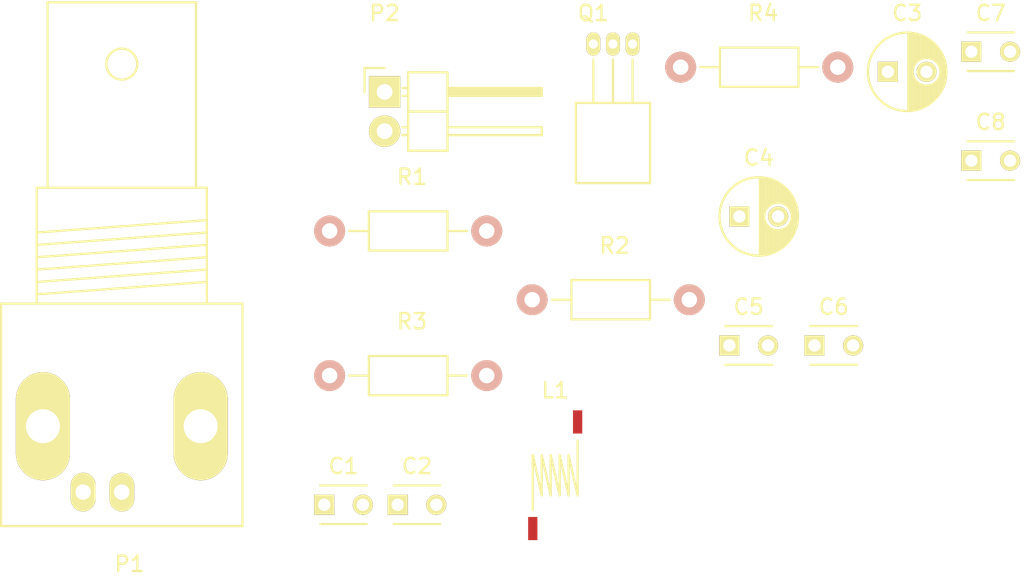
<source format=kicad_pcb>
(kicad_pcb (version 4) (host pcbnew 4.0.4-stable)

  (general
    (links 27)
    (no_connects 27)
    (area 191.77 120.65 258.410002 158.352481)
    (thickness 1.6)
    (drawings 0)
    (tracks 0)
    (zones 0)
    (modules 16)
    (nets 9)
  )

  (page A4)
  (layers
    (0 F.Cu signal)
    (31 B.Cu signal)
    (32 B.Adhes user)
    (33 F.Adhes user)
    (34 B.Paste user)
    (35 F.Paste user)
    (36 B.SilkS user)
    (37 F.SilkS user)
    (38 B.Mask user)
    (39 F.Mask user)
    (40 Dwgs.User user)
    (41 Cmts.User user)
    (42 Eco1.User user)
    (43 Eco2.User user)
    (44 Edge.Cuts user)
    (45 Margin user)
    (46 B.CrtYd user)
    (47 F.CrtYd user)
    (48 B.Fab user)
    (49 F.Fab user)
  )

  (setup
    (last_trace_width 0.25)
    (trace_clearance 0.2)
    (zone_clearance 0.508)
    (zone_45_only no)
    (trace_min 0.2)
    (segment_width 0.2)
    (edge_width 0.1)
    (via_size 0.6)
    (via_drill 0.4)
    (via_min_size 0.4)
    (via_min_drill 0.3)
    (uvia_size 0.3)
    (uvia_drill 0.1)
    (uvias_allowed no)
    (uvia_min_size 0.2)
    (uvia_min_drill 0.1)
    (pcb_text_width 0.3)
    (pcb_text_size 1.5 1.5)
    (mod_edge_width 0.15)
    (mod_text_size 1 1)
    (mod_text_width 0.15)
    (pad_size 1.5 1.5)
    (pad_drill 0.6)
    (pad_to_mask_clearance 0)
    (aux_axis_origin 0 0)
    (visible_elements FFFFEF7F)
    (pcbplotparams
      (layerselection 0x00030_80000001)
      (usegerberextensions false)
      (excludeedgelayer true)
      (linewidth 0.100000)
      (plotframeref false)
      (viasonmask false)
      (mode 1)
      (useauxorigin false)
      (hpglpennumber 1)
      (hpglpenspeed 20)
      (hpglpendiameter 15)
      (hpglpenoverlay 2)
      (psnegative false)
      (psa4output false)
      (plotreference true)
      (plotvalue true)
      (plotinvisibletext false)
      (padsonsilk false)
      (subtractmaskfromsilk false)
      (outputformat 1)
      (mirror false)
      (drillshape 1)
      (scaleselection 1)
      (outputdirectory ""))
  )

  (net 0 "")
  (net 1 "Net-(C1-Pad1)")
  (net 2 "Net-(C1-Pad2)")
  (net 3 +9V)
  (net 4 GND)
  (net 5 "Net-(C3-Pad1)")
  (net 6 "Net-(C5-Pad1)")
  (net 7 "Net-(C6-Pad2)")
  (net 8 "Net-(C8-Pad2)")

  (net_class Default "This is the default net class."
    (clearance 0.2)
    (trace_width 0.25)
    (via_dia 0.6)
    (via_drill 0.4)
    (uvia_dia 0.3)
    (uvia_drill 0.1)
    (add_net +9V)
    (add_net GND)
    (add_net "Net-(C1-Pad1)")
    (add_net "Net-(C1-Pad2)")
    (add_net "Net-(C3-Pad1)")
    (add_net "Net-(C5-Pad1)")
    (add_net "Net-(C6-Pad2)")
    (add_net "Net-(C8-Pad2)")
  )

  (module Capacitors_ThroughHole:C_Disc_D3_P2.5 (layer F.Cu) (tedit 0) (tstamp 5807533D)
    (at 212.935001 153.445)
    (descr "Capacitor 3mm Disc, Pitch 2.5mm")
    (tags Capacitor)
    (path /5806675C)
    (fp_text reference C1 (at 1.25 -2.5) (layer F.SilkS)
      (effects (font (size 1 1) (thickness 0.15)))
    )
    (fp_text value 1nF (at 1.25 2.5) (layer F.Fab)
      (effects (font (size 1 1) (thickness 0.15)))
    )
    (fp_line (start -0.9 -1.5) (end 3.4 -1.5) (layer F.CrtYd) (width 0.05))
    (fp_line (start 3.4 -1.5) (end 3.4 1.5) (layer F.CrtYd) (width 0.05))
    (fp_line (start 3.4 1.5) (end -0.9 1.5) (layer F.CrtYd) (width 0.05))
    (fp_line (start -0.9 1.5) (end -0.9 -1.5) (layer F.CrtYd) (width 0.05))
    (fp_line (start -0.25 -1.25) (end 2.75 -1.25) (layer F.SilkS) (width 0.15))
    (fp_line (start 2.75 1.25) (end -0.25 1.25) (layer F.SilkS) (width 0.15))
    (pad 1 thru_hole rect (at 0 0) (size 1.3 1.3) (drill 0.8) (layers *.Cu *.Mask F.SilkS)
      (net 1 "Net-(C1-Pad1)"))
    (pad 2 thru_hole circle (at 2.5 0) (size 1.3 1.3) (drill 0.8001) (layers *.Cu *.Mask F.SilkS)
      (net 2 "Net-(C1-Pad2)"))
    (model Capacitors_ThroughHole.3dshapes/C_Disc_D3_P2.5.wrl
      (at (xyz 0.0492126 0 0))
      (scale (xyz 1 1 1))
      (rotate (xyz 0 0 0))
    )
  )

  (module Capacitors_ThroughHole:C_Disc_D3_P2.5 (layer F.Cu) (tedit 0) (tstamp 58075349)
    (at 217.685001 153.445)
    (descr "Capacitor 3mm Disc, Pitch 2.5mm")
    (tags Capacitor)
    (path /58065817)
    (fp_text reference C2 (at 1.25 -2.5) (layer F.SilkS)
      (effects (font (size 1 1) (thickness 0.15)))
    )
    (fp_text value 1nF (at 1.25 2.5) (layer F.Fab)
      (effects (font (size 1 1) (thickness 0.15)))
    )
    (fp_line (start -0.9 -1.5) (end 3.4 -1.5) (layer F.CrtYd) (width 0.05))
    (fp_line (start 3.4 -1.5) (end 3.4 1.5) (layer F.CrtYd) (width 0.05))
    (fp_line (start 3.4 1.5) (end -0.9 1.5) (layer F.CrtYd) (width 0.05))
    (fp_line (start -0.9 1.5) (end -0.9 -1.5) (layer F.CrtYd) (width 0.05))
    (fp_line (start -0.25 -1.25) (end 2.75 -1.25) (layer F.SilkS) (width 0.15))
    (fp_line (start 2.75 1.25) (end -0.25 1.25) (layer F.SilkS) (width 0.15))
    (pad 1 thru_hole rect (at 0 0) (size 1.3 1.3) (drill 0.8) (layers *.Cu *.Mask F.SilkS)
      (net 3 +9V))
    (pad 2 thru_hole circle (at 2.5 0) (size 1.3 1.3) (drill 0.8001) (layers *.Cu *.Mask F.SilkS)
      (net 4 GND))
    (model Capacitors_ThroughHole.3dshapes/C_Disc_D3_P2.5.wrl
      (at (xyz 0.0492126 0 0))
      (scale (xyz 1 1 1))
      (rotate (xyz 0 0 0))
    )
  )

  (module Capacitors_ThroughHole:C_Radial_D5_L11_P2.5 (layer F.Cu) (tedit 0) (tstamp 58075371)
    (at 249.385001 125.425)
    (descr "Radial Electrolytic Capacitor Diameter 5mm x Length 11mm, Pitch 2.5mm")
    (tags "Electrolytic Capacitor")
    (path /580657EE)
    (fp_text reference C3 (at 1.25 -3.8) (layer F.SilkS)
      (effects (font (size 1 1) (thickness 0.15)))
    )
    (fp_text value 47uF (at 1.25 3.8) (layer F.Fab)
      (effects (font (size 1 1) (thickness 0.15)))
    )
    (fp_line (start 1.325 -2.499) (end 1.325 2.499) (layer F.SilkS) (width 0.15))
    (fp_line (start 1.465 -2.491) (end 1.465 2.491) (layer F.SilkS) (width 0.15))
    (fp_line (start 1.605 -2.475) (end 1.605 -0.095) (layer F.SilkS) (width 0.15))
    (fp_line (start 1.605 0.095) (end 1.605 2.475) (layer F.SilkS) (width 0.15))
    (fp_line (start 1.745 -2.451) (end 1.745 -0.49) (layer F.SilkS) (width 0.15))
    (fp_line (start 1.745 0.49) (end 1.745 2.451) (layer F.SilkS) (width 0.15))
    (fp_line (start 1.885 -2.418) (end 1.885 -0.657) (layer F.SilkS) (width 0.15))
    (fp_line (start 1.885 0.657) (end 1.885 2.418) (layer F.SilkS) (width 0.15))
    (fp_line (start 2.025 -2.377) (end 2.025 -0.764) (layer F.SilkS) (width 0.15))
    (fp_line (start 2.025 0.764) (end 2.025 2.377) (layer F.SilkS) (width 0.15))
    (fp_line (start 2.165 -2.327) (end 2.165 -0.835) (layer F.SilkS) (width 0.15))
    (fp_line (start 2.165 0.835) (end 2.165 2.327) (layer F.SilkS) (width 0.15))
    (fp_line (start 2.305 -2.266) (end 2.305 -0.879) (layer F.SilkS) (width 0.15))
    (fp_line (start 2.305 0.879) (end 2.305 2.266) (layer F.SilkS) (width 0.15))
    (fp_line (start 2.445 -2.196) (end 2.445 -0.898) (layer F.SilkS) (width 0.15))
    (fp_line (start 2.445 0.898) (end 2.445 2.196) (layer F.SilkS) (width 0.15))
    (fp_line (start 2.585 -2.114) (end 2.585 -0.896) (layer F.SilkS) (width 0.15))
    (fp_line (start 2.585 0.896) (end 2.585 2.114) (layer F.SilkS) (width 0.15))
    (fp_line (start 2.725 -2.019) (end 2.725 -0.871) (layer F.SilkS) (width 0.15))
    (fp_line (start 2.725 0.871) (end 2.725 2.019) (layer F.SilkS) (width 0.15))
    (fp_line (start 2.865 -1.908) (end 2.865 -0.823) (layer F.SilkS) (width 0.15))
    (fp_line (start 2.865 0.823) (end 2.865 1.908) (layer F.SilkS) (width 0.15))
    (fp_line (start 3.005 -1.78) (end 3.005 -0.745) (layer F.SilkS) (width 0.15))
    (fp_line (start 3.005 0.745) (end 3.005 1.78) (layer F.SilkS) (width 0.15))
    (fp_line (start 3.145 -1.631) (end 3.145 -0.628) (layer F.SilkS) (width 0.15))
    (fp_line (start 3.145 0.628) (end 3.145 1.631) (layer F.SilkS) (width 0.15))
    (fp_line (start 3.285 -1.452) (end 3.285 -0.44) (layer F.SilkS) (width 0.15))
    (fp_line (start 3.285 0.44) (end 3.285 1.452) (layer F.SilkS) (width 0.15))
    (fp_line (start 3.425 -1.233) (end 3.425 1.233) (layer F.SilkS) (width 0.15))
    (fp_line (start 3.565 -0.944) (end 3.565 0.944) (layer F.SilkS) (width 0.15))
    (fp_line (start 3.705 -0.472) (end 3.705 0.472) (layer F.SilkS) (width 0.15))
    (fp_circle (center 2.5 0) (end 2.5 -0.9) (layer F.SilkS) (width 0.15))
    (fp_circle (center 1.25 0) (end 1.25 -2.5375) (layer F.SilkS) (width 0.15))
    (fp_circle (center 1.25 0) (end 1.25 -2.8) (layer F.CrtYd) (width 0.05))
    (pad 1 thru_hole rect (at 0 0) (size 1.3 1.3) (drill 0.8) (layers *.Cu *.Mask F.SilkS)
      (net 5 "Net-(C3-Pad1)"))
    (pad 2 thru_hole circle (at 2.5 0) (size 1.3 1.3) (drill 0.8) (layers *.Cu *.Mask F.SilkS)
      (net 1 "Net-(C1-Pad1)"))
    (model Capacitors_ThroughHole.3dshapes/C_Radial_D5_L11_P2.5.wrl
      (at (xyz 0.049213 0 0))
      (scale (xyz 1 1 1))
      (rotate (xyz 0 0 90))
    )
  )

  (module Capacitors_ThroughHole:C_Radial_D5_L11_P2.5 (layer F.Cu) (tedit 0) (tstamp 58075399)
    (at 239.785001 134.785)
    (descr "Radial Electrolytic Capacitor Diameter 5mm x Length 11mm, Pitch 2.5mm")
    (tags "Electrolytic Capacitor")
    (path /58065787)
    (fp_text reference C4 (at 1.25 -3.8) (layer F.SilkS)
      (effects (font (size 1 1) (thickness 0.15)))
    )
    (fp_text value 47uF (at 1.25 3.8) (layer F.Fab)
      (effects (font (size 1 1) (thickness 0.15)))
    )
    (fp_line (start 1.325 -2.499) (end 1.325 2.499) (layer F.SilkS) (width 0.15))
    (fp_line (start 1.465 -2.491) (end 1.465 2.491) (layer F.SilkS) (width 0.15))
    (fp_line (start 1.605 -2.475) (end 1.605 -0.095) (layer F.SilkS) (width 0.15))
    (fp_line (start 1.605 0.095) (end 1.605 2.475) (layer F.SilkS) (width 0.15))
    (fp_line (start 1.745 -2.451) (end 1.745 -0.49) (layer F.SilkS) (width 0.15))
    (fp_line (start 1.745 0.49) (end 1.745 2.451) (layer F.SilkS) (width 0.15))
    (fp_line (start 1.885 -2.418) (end 1.885 -0.657) (layer F.SilkS) (width 0.15))
    (fp_line (start 1.885 0.657) (end 1.885 2.418) (layer F.SilkS) (width 0.15))
    (fp_line (start 2.025 -2.377) (end 2.025 -0.764) (layer F.SilkS) (width 0.15))
    (fp_line (start 2.025 0.764) (end 2.025 2.377) (layer F.SilkS) (width 0.15))
    (fp_line (start 2.165 -2.327) (end 2.165 -0.835) (layer F.SilkS) (width 0.15))
    (fp_line (start 2.165 0.835) (end 2.165 2.327) (layer F.SilkS) (width 0.15))
    (fp_line (start 2.305 -2.266) (end 2.305 -0.879) (layer F.SilkS) (width 0.15))
    (fp_line (start 2.305 0.879) (end 2.305 2.266) (layer F.SilkS) (width 0.15))
    (fp_line (start 2.445 -2.196) (end 2.445 -0.898) (layer F.SilkS) (width 0.15))
    (fp_line (start 2.445 0.898) (end 2.445 2.196) (layer F.SilkS) (width 0.15))
    (fp_line (start 2.585 -2.114) (end 2.585 -0.896) (layer F.SilkS) (width 0.15))
    (fp_line (start 2.585 0.896) (end 2.585 2.114) (layer F.SilkS) (width 0.15))
    (fp_line (start 2.725 -2.019) (end 2.725 -0.871) (layer F.SilkS) (width 0.15))
    (fp_line (start 2.725 0.871) (end 2.725 2.019) (layer F.SilkS) (width 0.15))
    (fp_line (start 2.865 -1.908) (end 2.865 -0.823) (layer F.SilkS) (width 0.15))
    (fp_line (start 2.865 0.823) (end 2.865 1.908) (layer F.SilkS) (width 0.15))
    (fp_line (start 3.005 -1.78) (end 3.005 -0.745) (layer F.SilkS) (width 0.15))
    (fp_line (start 3.005 0.745) (end 3.005 1.78) (layer F.SilkS) (width 0.15))
    (fp_line (start 3.145 -1.631) (end 3.145 -0.628) (layer F.SilkS) (width 0.15))
    (fp_line (start 3.145 0.628) (end 3.145 1.631) (layer F.SilkS) (width 0.15))
    (fp_line (start 3.285 -1.452) (end 3.285 -0.44) (layer F.SilkS) (width 0.15))
    (fp_line (start 3.285 0.44) (end 3.285 1.452) (layer F.SilkS) (width 0.15))
    (fp_line (start 3.425 -1.233) (end 3.425 1.233) (layer F.SilkS) (width 0.15))
    (fp_line (start 3.565 -0.944) (end 3.565 0.944) (layer F.SilkS) (width 0.15))
    (fp_line (start 3.705 -0.472) (end 3.705 0.472) (layer F.SilkS) (width 0.15))
    (fp_circle (center 2.5 0) (end 2.5 -0.9) (layer F.SilkS) (width 0.15))
    (fp_circle (center 1.25 0) (end 1.25 -2.5375) (layer F.SilkS) (width 0.15))
    (fp_circle (center 1.25 0) (end 1.25 -2.8) (layer F.CrtYd) (width 0.05))
    (pad 1 thru_hole rect (at 0 0) (size 1.3 1.3) (drill 0.8) (layers *.Cu *.Mask F.SilkS)
      (net 3 +9V))
    (pad 2 thru_hole circle (at 2.5 0) (size 1.3 1.3) (drill 0.8) (layers *.Cu *.Mask F.SilkS)
      (net 4 GND))
    (model Capacitors_ThroughHole.3dshapes/C_Radial_D5_L11_P2.5.wrl
      (at (xyz 0.049213 0 0))
      (scale (xyz 1 1 1))
      (rotate (xyz 0 0 90))
    )
  )

  (module Capacitors_ThroughHole:C_Disc_D3_P2.5 (layer F.Cu) (tedit 0) (tstamp 580753A5)
    (at 239.135001 143.135)
    (descr "Capacitor 3mm Disc, Pitch 2.5mm")
    (tags Capacitor)
    (path /580661E7)
    (fp_text reference C5 (at 1.25 -2.5) (layer F.SilkS)
      (effects (font (size 1 1) (thickness 0.15)))
    )
    (fp_text value 1nF (at 1.25 2.5) (layer F.Fab)
      (effects (font (size 1 1) (thickness 0.15)))
    )
    (fp_line (start -0.9 -1.5) (end 3.4 -1.5) (layer F.CrtYd) (width 0.05))
    (fp_line (start 3.4 -1.5) (end 3.4 1.5) (layer F.CrtYd) (width 0.05))
    (fp_line (start 3.4 1.5) (end -0.9 1.5) (layer F.CrtYd) (width 0.05))
    (fp_line (start -0.9 1.5) (end -0.9 -1.5) (layer F.CrtYd) (width 0.05))
    (fp_line (start -0.25 -1.25) (end 2.75 -1.25) (layer F.SilkS) (width 0.15))
    (fp_line (start 2.75 1.25) (end -0.25 1.25) (layer F.SilkS) (width 0.15))
    (pad 1 thru_hole rect (at 0 0) (size 1.3 1.3) (drill 0.8) (layers *.Cu *.Mask F.SilkS)
      (net 6 "Net-(C5-Pad1)"))
    (pad 2 thru_hole circle (at 2.5 0) (size 1.3 1.3) (drill 0.8001) (layers *.Cu *.Mask F.SilkS)
      (net 4 GND))
    (model Capacitors_ThroughHole.3dshapes/C_Disc_D3_P2.5.wrl
      (at (xyz 0.0492126 0 0))
      (scale (xyz 1 1 1))
      (rotate (xyz 0 0 0))
    )
  )

  (module Capacitors_ThroughHole:C_Disc_D3_P2.5 (layer F.Cu) (tedit 0) (tstamp 580753B1)
    (at 244.638571 143.135)
    (descr "Capacitor 3mm Disc, Pitch 2.5mm")
    (tags Capacitor)
    (path /580658FA)
    (fp_text reference C6 (at 1.25 -2.5) (layer F.SilkS)
      (effects (font (size 1 1) (thickness 0.15)))
    )
    (fp_text value 2-22pF (at 1.25 2.5) (layer F.Fab)
      (effects (font (size 1 1) (thickness 0.15)))
    )
    (fp_line (start -0.9 -1.5) (end 3.4 -1.5) (layer F.CrtYd) (width 0.05))
    (fp_line (start 3.4 -1.5) (end 3.4 1.5) (layer F.CrtYd) (width 0.05))
    (fp_line (start 3.4 1.5) (end -0.9 1.5) (layer F.CrtYd) (width 0.05))
    (fp_line (start -0.9 1.5) (end -0.9 -1.5) (layer F.CrtYd) (width 0.05))
    (fp_line (start -0.25 -1.25) (end 2.75 -1.25) (layer F.SilkS) (width 0.15))
    (fp_line (start 2.75 1.25) (end -0.25 1.25) (layer F.SilkS) (width 0.15))
    (pad 1 thru_hole rect (at 0 0) (size 1.3 1.3) (drill 0.8) (layers *.Cu *.Mask F.SilkS)
      (net 3 +9V))
    (pad 2 thru_hole circle (at 2.5 0) (size 1.3 1.3) (drill 0.8001) (layers *.Cu *.Mask F.SilkS)
      (net 7 "Net-(C6-Pad2)"))
    (model Capacitors_ThroughHole.3dshapes/C_Disc_D3_P2.5.wrl
      (at (xyz 0.0492126 0 0))
      (scale (xyz 1 1 1))
      (rotate (xyz 0 0 0))
    )
  )

  (module Capacitors_ThroughHole:C_Disc_D3_P2.5 (layer F.Cu) (tedit 0) (tstamp 580753BD)
    (at 254.785001 124.125)
    (descr "Capacitor 3mm Disc, Pitch 2.5mm")
    (tags Capacitor)
    (path /58066085)
    (fp_text reference C7 (at 1.25 -2.5) (layer F.SilkS)
      (effects (font (size 1 1) (thickness 0.15)))
    )
    (fp_text value 33pF (at 1.25 2.5) (layer F.Fab)
      (effects (font (size 1 1) (thickness 0.15)))
    )
    (fp_line (start -0.9 -1.5) (end 3.4 -1.5) (layer F.CrtYd) (width 0.05))
    (fp_line (start 3.4 -1.5) (end 3.4 1.5) (layer F.CrtYd) (width 0.05))
    (fp_line (start 3.4 1.5) (end -0.9 1.5) (layer F.CrtYd) (width 0.05))
    (fp_line (start -0.9 1.5) (end -0.9 -1.5) (layer F.CrtYd) (width 0.05))
    (fp_line (start -0.25 -1.25) (end 2.75 -1.25) (layer F.SilkS) (width 0.15))
    (fp_line (start 2.75 1.25) (end -0.25 1.25) (layer F.SilkS) (width 0.15))
    (pad 1 thru_hole rect (at 0 0) (size 1.3 1.3) (drill 0.8) (layers *.Cu *.Mask F.SilkS)
      (net 3 +9V))
    (pad 2 thru_hole circle (at 2.5 0) (size 1.3 1.3) (drill 0.8001) (layers *.Cu *.Mask F.SilkS)
      (net 7 "Net-(C6-Pad2)"))
    (model Capacitors_ThroughHole.3dshapes/C_Disc_D3_P2.5.wrl
      (at (xyz 0.0492126 0 0))
      (scale (xyz 1 1 1))
      (rotate (xyz 0 0 0))
    )
  )

  (module Capacitors_ThroughHole:C_Disc_D3_P2.5 (layer F.Cu) (tedit 0) (tstamp 580753C9)
    (at 254.785001 131.175)
    (descr "Capacitor 3mm Disc, Pitch 2.5mm")
    (tags Capacitor)
    (path /58065A04)
    (fp_text reference C8 (at 1.25 -2.5) (layer F.SilkS)
      (effects (font (size 1 1) (thickness 0.15)))
    )
    (fp_text value 10pF (at 1.25 2.5) (layer F.Fab)
      (effects (font (size 1 1) (thickness 0.15)))
    )
    (fp_line (start -0.9 -1.5) (end 3.4 -1.5) (layer F.CrtYd) (width 0.05))
    (fp_line (start 3.4 -1.5) (end 3.4 1.5) (layer F.CrtYd) (width 0.05))
    (fp_line (start 3.4 1.5) (end -0.9 1.5) (layer F.CrtYd) (width 0.05))
    (fp_line (start -0.9 1.5) (end -0.9 -1.5) (layer F.CrtYd) (width 0.05))
    (fp_line (start -0.25 -1.25) (end 2.75 -1.25) (layer F.SilkS) (width 0.15))
    (fp_line (start 2.75 1.25) (end -0.25 1.25) (layer F.SilkS) (width 0.15))
    (pad 1 thru_hole rect (at 0 0) (size 1.3 1.3) (drill 0.8) (layers *.Cu *.Mask F.SilkS)
      (net 7 "Net-(C6-Pad2)"))
    (pad 2 thru_hole circle (at 2.5 0) (size 1.3 1.3) (drill 0.8001) (layers *.Cu *.Mask F.SilkS)
      (net 8 "Net-(C8-Pad2)"))
    (model Capacitors_ThroughHole.3dshapes/C_Disc_D3_P2.5.wrl
      (at (xyz 0.0492126 0 0))
      (scale (xyz 1 1 1))
      (rotate (xyz 0 0 0))
    )
  )

  (module Air_Coils_SML_NEOSID:Neosid_Air-Coil_SML_5turn_HDM0531A (layer F.Cu) (tedit 56CAC8FD) (tstamp 580753E2)
    (at 227.871905 151.535)
    (descr "Neosid, Air-Coil, SML, 5turn, HDM0531A,")
    (tags "Neosid Air-Coil SML 5turn HDM0531A")
    (path /58065939)
    (attr smd)
    (fp_text reference L1 (at 0 -5.5) (layer F.SilkS)
      (effects (font (size 1 1) (thickness 0.15)))
    )
    (fp_text value "5 turns" (at 0 5.5) (layer F.Fab)
      (effects (font (size 1 1) (thickness 0.15)))
    )
    (fp_line (start -0.29 -1.3) (end 0.29 1.3) (layer F.SilkS) (width 0.15))
    (fp_line (start -0.29 -1.3) (end -0.29 1.3) (layer F.SilkS) (width 0.15))
    (fp_line (start -2 4.45) (end -0.9 4.45) (layer F.CrtYd) (width 0.05))
    (fp_line (start -0.9 4.45) (end -0.9 1.8) (layer F.CrtYd) (width 0.05))
    (fp_line (start -0.9 1.8) (end 2 1.8) (layer F.CrtYd) (width 0.05))
    (fp_line (start 2 1.8) (end 2 -4.45) (layer F.CrtYd) (width 0.05))
    (fp_line (start 2 -4.45) (end 0.9 -4.45) (layer F.CrtYd) (width 0.05))
    (fp_line (start 0.9 -4.45) (end 0.9 -1.8) (layer F.CrtYd) (width 0.05))
    (fp_line (start 0.9 -1.8) (end -2 -1.8) (layer F.CrtYd) (width 0.05))
    (fp_line (start -2 -1.8) (end -2 4.45) (layer F.CrtYd) (width 0.05))
    (fp_line (start 0.29 -1.3) (end 0.87 1.3) (layer F.SilkS) (width 0.15))
    (fp_line (start 0.87 -1.3) (end 1.45 1.3) (layer F.SilkS) (width 0.15))
    (fp_line (start -0.87 -1.3) (end -0.29 1.3) (layer F.SilkS) (width 0.15))
    (fp_line (start -1.45 -1.3) (end -0.87 1.3) (layer F.SilkS) (width 0.15))
    (fp_line (start 0.87 -1.3) (end 0.87 1.3) (layer F.SilkS) (width 0.15))
    (fp_line (start -0.87 -1.3) (end -0.87 1.3) (layer F.SilkS) (width 0.15))
    (fp_line (start 0.29 -1.3) (end 0.29 1.3) (layer F.SilkS) (width 0.15))
    (fp_line (start -1.45 -1.3) (end -1.45 2.25) (layer F.SilkS) (width 0.15))
    (fp_line (start 1.45 1.3) (end 1.45 -2.25) (layer F.SilkS) (width 0.15))
    (pad 1 smd rect (at -1.45 3.45) (size 0.6 1.5) (layers F.Cu F.Paste F.Mask)
      (net 3 +9V))
    (pad 2 smd rect (at 1.45 -3.45) (size 0.6 1.5) (layers F.Cu F.Paste F.Mask)
      (net 7 "Net-(C6-Pad2)"))
  )

  (module Sockets_BNC:BNC_Socket_TYCO-AMP_LargePads (layer F.Cu) (tedit 0) (tstamp 580753FB)
    (at 199.845341 147.625481)
    (descr "BNC Socket TYCO AMP")
    (tags "BNC Socket TYCO AMP")
    (path /58065F29)
    (fp_text reference P1 (at 0.508 9.652) (layer F.SilkS)
      (effects (font (size 1 1) (thickness 0.15)))
    )
    (fp_text value BNC (at 10.89914 -9.6012 90) (layer F.Fab)
      (effects (font (size 1 1) (thickness 0.15)))
    )
    (fp_line (start -5.4991 -11.80084) (end 5.4991 -12.60094) (layer F.SilkS) (width 0.15))
    (fp_line (start -5.4991 -11.00074) (end 5.4991 -11.80084) (layer F.SilkS) (width 0.15))
    (fp_line (start -5.4991 -10.20064) (end 5.4991 -11.00074) (layer F.SilkS) (width 0.15))
    (fp_line (start -5.4991 -9.40054) (end 5.4991 -10.20064) (layer F.SilkS) (width 0.15))
    (fp_line (start -5.4991 -8.60044) (end 5.4991 -9.40054) (layer F.SilkS) (width 0.15))
    (fp_line (start -5.4991 -7.80034) (end 5.4991 -8.60044) (layer F.SilkS) (width 0.15))
    (fp_circle (center 0 -22.69998) (end 1.00076 -22.69998) (layer F.SilkS) (width 0.15))
    (fp_line (start 4.8006 -14.69898) (end 4.8006 -26.70048) (layer F.SilkS) (width 0.15))
    (fp_line (start 4.8006 -26.70048) (end -4.8006 -26.70048) (layer F.SilkS) (width 0.15))
    (fp_line (start -4.8006 -26.70048) (end -4.8006 -14.69898) (layer F.SilkS) (width 0.15))
    (fp_line (start 5.4991 -7.2009) (end 5.4991 -14.69898) (layer F.SilkS) (width 0.15))
    (fp_line (start 5.4991 -14.69898) (end -5.4991 -14.69898) (layer F.SilkS) (width 0.15))
    (fp_line (start -5.4991 -14.69898) (end -5.4991 -7.2009) (layer F.SilkS) (width 0.15))
    (fp_line (start -7.80034 7.2009) (end 7.80034 7.2009) (layer F.SilkS) (width 0.15))
    (fp_line (start 7.80034 7.2009) (end 7.80034 -7.2009) (layer F.SilkS) (width 0.15))
    (fp_line (start 7.80034 -7.2009) (end -7.80034 -7.2009) (layer F.SilkS) (width 0.15))
    (fp_line (start -7.80034 -7.2009) (end -7.80034 7.2009) (layer F.SilkS) (width 0.15))
    (pad 2 thru_hole oval (at -5.09778 0.7366) (size 3.50012 7.00024) (drill 2.19964) (layers *.Cu *.Mask F.SilkS)
      (net 4 GND))
    (pad 2 thru_hole oval (at 5.10032 0.7366) (size 3.50012 7.00024) (drill 2.19964) (layers *.Cu *.Mask F.SilkS)
      (net 4 GND))
    (pad 1 thru_hole oval (at 0 5.00126) (size 1.6002 2.49936) (drill 1.00076) (layers *.Cu *.Mask F.SilkS)
      (net 2 "Net-(C1-Pad2)"))
    (pad 2 thru_hole oval (at -2.49936 5.00126) (size 1.6002 2.49936) (drill 1.00076) (layers *.Cu *.Mask F.SilkS)
      (net 4 GND))
    (model Sockets_BNC.3dshapes/BNC_Socket_TYCO-AMP_LargePads.wrl
      (at (xyz 0 0 0))
      (scale (xyz 0.3937 0.3937 0.3937))
      (rotate (xyz 0 0 0))
    )
  )

  (module Pin_Headers:Pin_Header_Angled_1x02 (layer F.Cu) (tedit 0) (tstamp 5807541E)
    (at 216.843333 126.725)
    (descr "Through hole pin header")
    (tags "pin header")
    (path /58065FBC)
    (fp_text reference P2 (at 0 -5.1) (layer F.SilkS)
      (effects (font (size 1 1) (thickness 0.15)))
    )
    (fp_text value CONN_01X02 (at 0 -3.1) (layer F.Fab)
      (effects (font (size 1 1) (thickness 0.15)))
    )
    (fp_line (start -1.5 -1.75) (end -1.5 4.3) (layer F.CrtYd) (width 0.05))
    (fp_line (start 10.65 -1.75) (end 10.65 4.3) (layer F.CrtYd) (width 0.05))
    (fp_line (start -1.5 -1.75) (end 10.65 -1.75) (layer F.CrtYd) (width 0.05))
    (fp_line (start -1.5 4.3) (end 10.65 4.3) (layer F.CrtYd) (width 0.05))
    (fp_line (start -1.3 -1.55) (end -1.3 0) (layer F.SilkS) (width 0.15))
    (fp_line (start 0 -1.55) (end -1.3 -1.55) (layer F.SilkS) (width 0.15))
    (fp_line (start 4.191 -0.127) (end 10.033 -0.127) (layer F.SilkS) (width 0.15))
    (fp_line (start 10.033 -0.127) (end 10.033 0.127) (layer F.SilkS) (width 0.15))
    (fp_line (start 10.033 0.127) (end 4.191 0.127) (layer F.SilkS) (width 0.15))
    (fp_line (start 4.191 0.127) (end 4.191 0) (layer F.SilkS) (width 0.15))
    (fp_line (start 4.191 0) (end 10.033 0) (layer F.SilkS) (width 0.15))
    (fp_line (start 1.524 -0.254) (end 1.143 -0.254) (layer F.SilkS) (width 0.15))
    (fp_line (start 1.524 0.254) (end 1.143 0.254) (layer F.SilkS) (width 0.15))
    (fp_line (start 1.524 2.286) (end 1.143 2.286) (layer F.SilkS) (width 0.15))
    (fp_line (start 1.524 2.794) (end 1.143 2.794) (layer F.SilkS) (width 0.15))
    (fp_line (start 1.524 -1.27) (end 4.064 -1.27) (layer F.SilkS) (width 0.15))
    (fp_line (start 1.524 1.27) (end 4.064 1.27) (layer F.SilkS) (width 0.15))
    (fp_line (start 1.524 1.27) (end 1.524 3.81) (layer F.SilkS) (width 0.15))
    (fp_line (start 1.524 3.81) (end 4.064 3.81) (layer F.SilkS) (width 0.15))
    (fp_line (start 4.064 2.286) (end 10.16 2.286) (layer F.SilkS) (width 0.15))
    (fp_line (start 10.16 2.286) (end 10.16 2.794) (layer F.SilkS) (width 0.15))
    (fp_line (start 10.16 2.794) (end 4.064 2.794) (layer F.SilkS) (width 0.15))
    (fp_line (start 4.064 3.81) (end 4.064 1.27) (layer F.SilkS) (width 0.15))
    (fp_line (start 4.064 1.27) (end 4.064 -1.27) (layer F.SilkS) (width 0.15))
    (fp_line (start 10.16 0.254) (end 4.064 0.254) (layer F.SilkS) (width 0.15))
    (fp_line (start 10.16 -0.254) (end 10.16 0.254) (layer F.SilkS) (width 0.15))
    (fp_line (start 4.064 -0.254) (end 10.16 -0.254) (layer F.SilkS) (width 0.15))
    (fp_line (start 1.524 1.27) (end 4.064 1.27) (layer F.SilkS) (width 0.15))
    (fp_line (start 1.524 -1.27) (end 1.524 1.27) (layer F.SilkS) (width 0.15))
    (pad 1 thru_hole rect (at 0 0) (size 2.032 2.032) (drill 1.016) (layers *.Cu *.Mask F.SilkS)
      (net 3 +9V))
    (pad 2 thru_hole oval (at 0 2.54) (size 2.032 2.032) (drill 1.016) (layers *.Cu *.Mask F.SilkS)
      (net 4 GND))
    (model Pin_Headers.3dshapes/Pin_Header_Angled_1x02.wrl
      (at (xyz 0 -0.05 0))
      (scale (xyz 1 1 1))
      (rotate (xyz 0 0 90))
    )
  )

  (module TO_SOT_Packages_THT:TO-92_Horizontal1_Inline_Narrow_Oval (layer F.Cu) (tedit 54F2408C) (tstamp 58075430)
    (at 230.338571 123.625)
    (descr "TO-92 horizontal, leads in-line, narrow, oval pads, drill 0.6mm (see NXP sot054_po.pdf)")
    (tags "to-92 sc-43 sc-43a sot54 PA33 transistor")
    (path /58065D2D)
    (fp_text reference Q1 (at 0 -2 180) (layer F.SilkS)
      (effects (font (size 1 1) (thickness 0.15)))
    )
    (fp_text value BC546 (at 0 11 180) (layer F.Fab)
      (effects (font (size 1 1) (thickness 0.15)))
    )
    (fp_line (start 0 1.016) (end 0 3.81) (layer F.SilkS) (width 0.15))
    (fp_line (start 1.27 1.016) (end 1.27 3.81) (layer F.SilkS) (width 0.15))
    (fp_line (start 2.54 1.016) (end 2.54 3.81) (layer F.SilkS) (width 0.15))
    (fp_line (start -1.13 3.81) (end 3.67 3.81) (layer F.SilkS) (width 0.15))
    (fp_line (start 3.67 3.81) (end 3.67 9) (layer F.SilkS) (width 0.15))
    (fp_line (start 3.67 9) (end -1.13 9) (layer F.SilkS) (width 0.15))
    (fp_line (start -1.13 9) (end -1.13 3.81) (layer F.SilkS) (width 0.15))
    (fp_line (start -1.4 9.25) (end -1.4 -1) (layer F.CrtYd) (width 0.05))
    (fp_line (start -1.4 9.25) (end 3.95 9.25) (layer F.CrtYd) (width 0.05))
    (fp_line (start 3.95 9.25) (end 3.95 -1) (layer F.CrtYd) (width 0.05))
    (fp_line (start -1.4 -1) (end 3.95 -1) (layer F.CrtYd) (width 0.05))
    (pad 2 thru_hole oval (at 1.27 0 180) (size 0.89916 1.50114) (drill 0.6) (layers *.Cu *.Mask F.SilkS)
      (net 6 "Net-(C5-Pad1)"))
    (pad 3 thru_hole oval (at 2.54 0 180) (size 0.89916 1.50114) (drill 0.6) (layers *.Cu *.Mask F.SilkS)
      (net 8 "Net-(C8-Pad2)"))
    (pad 1 thru_hole oval (at 0 0 180) (size 0.89916 1.50114) (drill 0.6) (layers *.Cu *.Mask F.SilkS)
      (net 7 "Net-(C6-Pad2)"))
    (model TO_SOT_Packages_THT.3dshapes/TO-92_Horizontal1_Inline_Narrow_Oval.wrl
      (at (xyz 0.05 0 0))
      (scale (xyz 1 1 1))
      (rotate (xyz 0 0 -90))
    )
  )

  (module Resistors_ThroughHole:Resistor_Horizontal_RM10mm (layer F.Cu) (tedit 56648415) (tstamp 58075440)
    (at 213.285001 135.72512)
    (descr "Resistor, Axial,  RM 10mm, 1/3W")
    (tags "Resistor Axial RM 10mm 1/3W")
    (path /580666F7)
    (fp_text reference R1 (at 5.32892 -3.50012) (layer F.SilkS)
      (effects (font (size 1 1) (thickness 0.15)))
    )
    (fp_text value 22k (at 5.08 3.81) (layer F.Fab)
      (effects (font (size 1 1) (thickness 0.15)))
    )
    (fp_line (start -1.25 -1.5) (end 11.4 -1.5) (layer F.CrtYd) (width 0.05))
    (fp_line (start -1.25 1.5) (end -1.25 -1.5) (layer F.CrtYd) (width 0.05))
    (fp_line (start 11.4 -1.5) (end 11.4 1.5) (layer F.CrtYd) (width 0.05))
    (fp_line (start -1.25 1.5) (end 11.4 1.5) (layer F.CrtYd) (width 0.05))
    (fp_line (start 2.54 -1.27) (end 7.62 -1.27) (layer F.SilkS) (width 0.15))
    (fp_line (start 7.62 -1.27) (end 7.62 1.27) (layer F.SilkS) (width 0.15))
    (fp_line (start 7.62 1.27) (end 2.54 1.27) (layer F.SilkS) (width 0.15))
    (fp_line (start 2.54 1.27) (end 2.54 -1.27) (layer F.SilkS) (width 0.15))
    (fp_line (start 2.54 0) (end 1.27 0) (layer F.SilkS) (width 0.15))
    (fp_line (start 7.62 0) (end 8.89 0) (layer F.SilkS) (width 0.15))
    (pad 1 thru_hole circle (at 0 0) (size 1.99898 1.99898) (drill 1.00076) (layers *.Cu *.SilkS *.Mask)
      (net 1 "Net-(C1-Pad1)"))
    (pad 2 thru_hole circle (at 10.16 0) (size 1.99898 1.99898) (drill 1.00076) (layers *.Cu *.SilkS *.Mask)
      (net 2 "Net-(C1-Pad2)"))
    (model Resistors_ThroughHole.3dshapes/Resistor_Horizontal_RM10mm.wrl
      (at (xyz 0.2 0 0))
      (scale (xyz 0.4 0.4 0.4))
      (rotate (xyz 0 0 0))
    )
  )

  (module Resistors_ThroughHole:Resistor_Horizontal_RM10mm (layer F.Cu) (tedit 56648415) (tstamp 58075450)
    (at 226.385001 140.17512)
    (descr "Resistor, Axial,  RM 10mm, 1/3W")
    (tags "Resistor Axial RM 10mm 1/3W")
    (path /58065874)
    (fp_text reference R2 (at 5.32892 -3.50012) (layer F.SilkS)
      (effects (font (size 1 1) (thickness 0.15)))
    )
    (fp_text value 22k (at 5.08 3.81) (layer F.Fab)
      (effects (font (size 1 1) (thickness 0.15)))
    )
    (fp_line (start -1.25 -1.5) (end 11.4 -1.5) (layer F.CrtYd) (width 0.05))
    (fp_line (start -1.25 1.5) (end -1.25 -1.5) (layer F.CrtYd) (width 0.05))
    (fp_line (start 11.4 -1.5) (end 11.4 1.5) (layer F.CrtYd) (width 0.05))
    (fp_line (start -1.25 1.5) (end 11.4 1.5) (layer F.CrtYd) (width 0.05))
    (fp_line (start 2.54 -1.27) (end 7.62 -1.27) (layer F.SilkS) (width 0.15))
    (fp_line (start 7.62 -1.27) (end 7.62 1.27) (layer F.SilkS) (width 0.15))
    (fp_line (start 7.62 1.27) (end 2.54 1.27) (layer F.SilkS) (width 0.15))
    (fp_line (start 2.54 1.27) (end 2.54 -1.27) (layer F.SilkS) (width 0.15))
    (fp_line (start 2.54 0) (end 1.27 0) (layer F.SilkS) (width 0.15))
    (fp_line (start 7.62 0) (end 8.89 0) (layer F.SilkS) (width 0.15))
    (pad 1 thru_hole circle (at 0 0) (size 1.99898 1.99898) (drill 1.00076) (layers *.Cu *.SilkS *.Mask)
      (net 6 "Net-(C5-Pad1)"))
    (pad 2 thru_hole circle (at 10.16 0) (size 1.99898 1.99898) (drill 1.00076) (layers *.Cu *.SilkS *.Mask)
      (net 5 "Net-(C3-Pad1)"))
    (model Resistors_ThroughHole.3dshapes/Resistor_Horizontal_RM10mm.wrl
      (at (xyz 0.2 0 0))
      (scale (xyz 0.4 0.4 0.4))
      (rotate (xyz 0 0 0))
    )
  )

  (module Resistors_ThroughHole:Resistor_Horizontal_RM10mm (layer F.Cu) (tedit 56648415) (tstamp 58075460)
    (at 213.285001 145.08512)
    (descr "Resistor, Axial,  RM 10mm, 1/3W")
    (tags "Resistor Axial RM 10mm 1/3W")
    (path /580658C3)
    (fp_text reference R3 (at 5.32892 -3.50012) (layer F.SilkS)
      (effects (font (size 1 1) (thickness 0.15)))
    )
    (fp_text value 39k (at 5.08 3.81) (layer F.Fab)
      (effects (font (size 1 1) (thickness 0.15)))
    )
    (fp_line (start -1.25 -1.5) (end 11.4 -1.5) (layer F.CrtYd) (width 0.05))
    (fp_line (start -1.25 1.5) (end -1.25 -1.5) (layer F.CrtYd) (width 0.05))
    (fp_line (start 11.4 -1.5) (end 11.4 1.5) (layer F.CrtYd) (width 0.05))
    (fp_line (start -1.25 1.5) (end 11.4 1.5) (layer F.CrtYd) (width 0.05))
    (fp_line (start 2.54 -1.27) (end 7.62 -1.27) (layer F.SilkS) (width 0.15))
    (fp_line (start 7.62 -1.27) (end 7.62 1.27) (layer F.SilkS) (width 0.15))
    (fp_line (start 7.62 1.27) (end 2.54 1.27) (layer F.SilkS) (width 0.15))
    (fp_line (start 2.54 1.27) (end 2.54 -1.27) (layer F.SilkS) (width 0.15))
    (fp_line (start 2.54 0) (end 1.27 0) (layer F.SilkS) (width 0.15))
    (fp_line (start 7.62 0) (end 8.89 0) (layer F.SilkS) (width 0.15))
    (pad 1 thru_hole circle (at 0 0) (size 1.99898 1.99898) (drill 1.00076) (layers *.Cu *.SilkS *.Mask)
      (net 3 +9V))
    (pad 2 thru_hole circle (at 10.16 0) (size 1.99898 1.99898) (drill 1.00076) (layers *.Cu *.SilkS *.Mask)
      (net 6 "Net-(C5-Pad1)"))
    (model Resistors_ThroughHole.3dshapes/Resistor_Horizontal_RM10mm.wrl
      (at (xyz 0.2 0 0))
      (scale (xyz 0.4 0.4 0.4))
      (rotate (xyz 0 0 0))
    )
  )

  (module Resistors_ThroughHole:Resistor_Horizontal_RM10mm (layer F.Cu) (tedit 56648415) (tstamp 58075470)
    (at 235.985001 125.12512)
    (descr "Resistor, Axial,  RM 10mm, 1/3W")
    (tags "Resistor Axial RM 10mm 1/3W")
    (path /58066180)
    (fp_text reference R4 (at 5.32892 -3.50012) (layer F.SilkS)
      (effects (font (size 1 1) (thickness 0.15)))
    )
    (fp_text value 100R (at 5.08 3.81) (layer F.Fab)
      (effects (font (size 1 1) (thickness 0.15)))
    )
    (fp_line (start -1.25 -1.5) (end 11.4 -1.5) (layer F.CrtYd) (width 0.05))
    (fp_line (start -1.25 1.5) (end -1.25 -1.5) (layer F.CrtYd) (width 0.05))
    (fp_line (start 11.4 -1.5) (end 11.4 1.5) (layer F.CrtYd) (width 0.05))
    (fp_line (start -1.25 1.5) (end 11.4 1.5) (layer F.CrtYd) (width 0.05))
    (fp_line (start 2.54 -1.27) (end 7.62 -1.27) (layer F.SilkS) (width 0.15))
    (fp_line (start 7.62 -1.27) (end 7.62 1.27) (layer F.SilkS) (width 0.15))
    (fp_line (start 7.62 1.27) (end 2.54 1.27) (layer F.SilkS) (width 0.15))
    (fp_line (start 2.54 1.27) (end 2.54 -1.27) (layer F.SilkS) (width 0.15))
    (fp_line (start 2.54 0) (end 1.27 0) (layer F.SilkS) (width 0.15))
    (fp_line (start 7.62 0) (end 8.89 0) (layer F.SilkS) (width 0.15))
    (pad 1 thru_hole circle (at 0 0) (size 1.99898 1.99898) (drill 1.00076) (layers *.Cu *.SilkS *.Mask)
      (net 8 "Net-(C8-Pad2)"))
    (pad 2 thru_hole circle (at 10.16 0) (size 1.99898 1.99898) (drill 1.00076) (layers *.Cu *.SilkS *.Mask)
      (net 4 GND))
    (model Resistors_ThroughHole.3dshapes/Resistor_Horizontal_RM10mm.wrl
      (at (xyz 0.2 0 0))
      (scale (xyz 0.4 0.4 0.4))
      (rotate (xyz 0 0 0))
    )
  )

)

</source>
